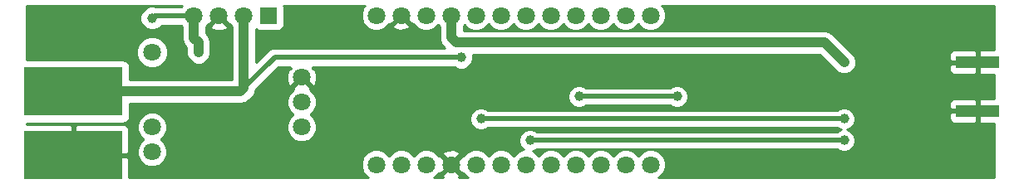
<source format=gbr>
G04 #@! TF.FileFunction,Copper,L1,Top,Signal*
%FSLAX46Y46*%
G04 Gerber Fmt 4.6, Leading zero omitted, Abs format (unit mm)*
G04 Created by KiCad (PCBNEW 4.0.6) date 04/17/17 00:00:08*
%MOMM*%
%LPD*%
G01*
G04 APERTURE LIST*
%ADD10C,0.100000*%
%ADD11C,1.800000*%
%ADD12R,1.800000X1.800000*%
%ADD13R,4.500000X1.270000*%
%ADD14R,10.000000X5.000000*%
%ADD15C,1.000000*%
%ADD16C,0.500000*%
%ADD17C,1.000000*%
%ADD18C,0.254000*%
G04 APERTURE END LIST*
D10*
D11*
X115000000Y-98500000D03*
X115000000Y-106120000D03*
X115000000Y-108660000D03*
X130240000Y-106120000D03*
X130240000Y-103580000D03*
X130240000Y-101040000D03*
X137850000Y-109960000D03*
X140390000Y-109960000D03*
X142930000Y-109960000D03*
X145470000Y-109960000D03*
X148010000Y-109960000D03*
X150550000Y-109960000D03*
X153090000Y-109960000D03*
X155630000Y-109960000D03*
X158170000Y-109960000D03*
X160710000Y-109960000D03*
X163250000Y-109960000D03*
X165790000Y-109960000D03*
X137850000Y-94720000D03*
X140390000Y-94720000D03*
X142930000Y-94720000D03*
X145470000Y-94720000D03*
X148010000Y-94720000D03*
X150550000Y-94720000D03*
X153090000Y-94720000D03*
X155630000Y-94720000D03*
X158170000Y-94720000D03*
X160710000Y-94720000D03*
X163250000Y-94720000D03*
X165790000Y-94720000D03*
X119270000Y-94770000D03*
X121810000Y-94770000D03*
X124350000Y-94770000D03*
D12*
X126890000Y-94770000D03*
D13*
X199087500Y-99523500D03*
X199087500Y-104476500D03*
D14*
X107000000Y-102500000D03*
X107000000Y-109000000D03*
D15*
X168500000Y-103000000D03*
X158500000Y-103000000D03*
X115000000Y-95000000D03*
X185500000Y-99500000D03*
X119750000Y-98500000D03*
X145500000Y-97000000D03*
X146500000Y-99000000D03*
X122000000Y-102500000D03*
X153500000Y-107500000D03*
X185500000Y-107500000D03*
X148500000Y-105300000D03*
X185497800Y-105294400D03*
D16*
X158500000Y-103000000D02*
X168500000Y-103000000D01*
D17*
X119750000Y-97500000D02*
X119270000Y-97020000D01*
X119270000Y-97020000D02*
X119270000Y-94770000D01*
X119750000Y-98500000D02*
X119750000Y-97500000D01*
X183500000Y-97500000D02*
X185500000Y-99500000D01*
X146000000Y-97500000D02*
X183500000Y-97500000D01*
X145500000Y-97000000D02*
X146000000Y-97500000D01*
X145500000Y-97000000D02*
X145500000Y-94750000D01*
X145500000Y-94750000D02*
X145470000Y-94720000D01*
D16*
X119270000Y-94770000D02*
X115230000Y-94770000D01*
X115230000Y-94770000D02*
X115000000Y-95000000D01*
X124350000Y-102150000D02*
X127500000Y-99000000D01*
X127500000Y-99000000D02*
X146500000Y-99000000D01*
D17*
X120500000Y-102500000D02*
X107000000Y-102500000D01*
X124350000Y-102150000D02*
X124000000Y-102500000D01*
X124000000Y-102500000D02*
X120500000Y-102500000D01*
X124350000Y-94770000D02*
X124350000Y-102150000D01*
D16*
X185500000Y-107500000D02*
X153500000Y-107500000D01*
X185500000Y-105300000D02*
X148500000Y-105300000D01*
D18*
G36*
X200790000Y-98253500D02*
X199373250Y-98253500D01*
X199214500Y-98412250D01*
X199214500Y-99396500D01*
X199234500Y-99396500D01*
X199234500Y-99650500D01*
X199214500Y-99650500D01*
X199214500Y-100634750D01*
X199373250Y-100793500D01*
X200790000Y-100793500D01*
X200790000Y-103206500D01*
X199373250Y-103206500D01*
X199214500Y-103365250D01*
X199214500Y-104349500D01*
X199234500Y-104349500D01*
X199234500Y-104603500D01*
X199214500Y-104603500D01*
X199214500Y-105587750D01*
X199373250Y-105746500D01*
X200790000Y-105746500D01*
X200790000Y-111290000D01*
X166590770Y-111290000D01*
X166658371Y-111262068D01*
X167090551Y-110830643D01*
X167324733Y-110266670D01*
X167325265Y-109656009D01*
X167092068Y-109091629D01*
X166660643Y-108659449D01*
X166096670Y-108425267D01*
X165486009Y-108424735D01*
X164921629Y-108657932D01*
X164519677Y-109059182D01*
X164120643Y-108659449D01*
X163556670Y-108425267D01*
X162946009Y-108424735D01*
X162381629Y-108657932D01*
X161979677Y-109059182D01*
X161580643Y-108659449D01*
X161016670Y-108425267D01*
X160406009Y-108424735D01*
X159841629Y-108657932D01*
X159439677Y-109059182D01*
X159040643Y-108659449D01*
X158476670Y-108425267D01*
X157866009Y-108424735D01*
X157301629Y-108657932D01*
X156899677Y-109059182D01*
X156500643Y-108659449D01*
X155936670Y-108425267D01*
X155326009Y-108424735D01*
X154761629Y-108657932D01*
X154359677Y-109059182D01*
X153960643Y-108659449D01*
X153813725Y-108598443D01*
X154142086Y-108462767D01*
X154219989Y-108385000D01*
X184779724Y-108385000D01*
X184856235Y-108461645D01*
X185273244Y-108634803D01*
X185724775Y-108635197D01*
X186142086Y-108462767D01*
X186461645Y-108143765D01*
X186634803Y-107726756D01*
X186635197Y-107275225D01*
X186462767Y-106857914D01*
X186143765Y-106538355D01*
X185802408Y-106396611D01*
X186139886Y-106257167D01*
X186459445Y-105938165D01*
X186632603Y-105521156D01*
X186632997Y-105069625D01*
X186505992Y-104762250D01*
X196202500Y-104762250D01*
X196202500Y-105237809D01*
X196299173Y-105471198D01*
X196477801Y-105649827D01*
X196711190Y-105746500D01*
X198801750Y-105746500D01*
X198960500Y-105587750D01*
X198960500Y-104603500D01*
X196361250Y-104603500D01*
X196202500Y-104762250D01*
X186505992Y-104762250D01*
X186460567Y-104652314D01*
X186141565Y-104332755D01*
X185724556Y-104159597D01*
X185273025Y-104159203D01*
X184855714Y-104331633D01*
X184772201Y-104415000D01*
X149220276Y-104415000D01*
X149143765Y-104338355D01*
X148726756Y-104165197D01*
X148275225Y-104164803D01*
X147857914Y-104337233D01*
X147538355Y-104656235D01*
X147365197Y-105073244D01*
X147364803Y-105524775D01*
X147537233Y-105942086D01*
X147856235Y-106261645D01*
X148273244Y-106434803D01*
X148724775Y-106435197D01*
X149142086Y-106262767D01*
X149219989Y-106185000D01*
X184783114Y-106185000D01*
X184854035Y-106256045D01*
X185195392Y-106397789D01*
X184857914Y-106537233D01*
X184780011Y-106615000D01*
X154220276Y-106615000D01*
X154143765Y-106538355D01*
X153726756Y-106365197D01*
X153275225Y-106364803D01*
X152857914Y-106537233D01*
X152538355Y-106856235D01*
X152365197Y-107273244D01*
X152364803Y-107724775D01*
X152537233Y-108142086D01*
X152819418Y-108424764D01*
X152786009Y-108424735D01*
X152221629Y-108657932D01*
X151819677Y-109059182D01*
X151420643Y-108659449D01*
X150856670Y-108425267D01*
X150246009Y-108424735D01*
X149681629Y-108657932D01*
X149279677Y-109059182D01*
X148880643Y-108659449D01*
X148316670Y-108425267D01*
X147706009Y-108424735D01*
X147141629Y-108657932D01*
X146709449Y-109089357D01*
X146700797Y-109110194D01*
X146550159Y-109059446D01*
X145649605Y-109960000D01*
X146550159Y-110860554D01*
X146700327Y-110809965D01*
X146707932Y-110828371D01*
X147139357Y-111260551D01*
X147210278Y-111290000D01*
X146286386Y-111290000D01*
X146370554Y-111040159D01*
X145470000Y-110139605D01*
X144569446Y-111040159D01*
X144653614Y-111290000D01*
X143730770Y-111290000D01*
X143798371Y-111262068D01*
X144230551Y-110830643D01*
X144239203Y-110809806D01*
X144389841Y-110860554D01*
X145290395Y-109960000D01*
X144389841Y-109059446D01*
X144239673Y-109110035D01*
X144232068Y-109091629D01*
X144020650Y-108879841D01*
X144569446Y-108879841D01*
X145470000Y-109780395D01*
X146370554Y-108879841D01*
X146284148Y-108623357D01*
X145710664Y-108413542D01*
X145100540Y-108439161D01*
X144655852Y-108623357D01*
X144569446Y-108879841D01*
X144020650Y-108879841D01*
X143800643Y-108659449D01*
X143236670Y-108425267D01*
X142626009Y-108424735D01*
X142061629Y-108657932D01*
X141659677Y-109059182D01*
X141260643Y-108659449D01*
X140696670Y-108425267D01*
X140086009Y-108424735D01*
X139521629Y-108657932D01*
X139119677Y-109059182D01*
X138720643Y-108659449D01*
X138156670Y-108425267D01*
X137546009Y-108424735D01*
X136981629Y-108657932D01*
X136549449Y-109089357D01*
X136315267Y-109653330D01*
X136314735Y-110263991D01*
X136547932Y-110828371D01*
X136979357Y-111260551D01*
X137050278Y-111290000D01*
X112635000Y-111290000D01*
X112635000Y-109285750D01*
X112476250Y-109127000D01*
X107127000Y-109127000D01*
X107127000Y-109147000D01*
X106873000Y-109147000D01*
X106873000Y-109127000D01*
X106853000Y-109127000D01*
X106853000Y-108873000D01*
X106873000Y-108873000D01*
X106873000Y-106023750D01*
X107127000Y-106023750D01*
X107127000Y-108873000D01*
X112476250Y-108873000D01*
X112635000Y-108714250D01*
X112635000Y-106423991D01*
X113464735Y-106423991D01*
X113697932Y-106988371D01*
X114099182Y-107390323D01*
X113699449Y-107789357D01*
X113465267Y-108353330D01*
X113464735Y-108963991D01*
X113697932Y-109528371D01*
X114129357Y-109960551D01*
X114693330Y-110194733D01*
X115303991Y-110195265D01*
X115868371Y-109962068D01*
X116300551Y-109530643D01*
X116534733Y-108966670D01*
X116535265Y-108356009D01*
X116302068Y-107791629D01*
X115900818Y-107389677D01*
X116300551Y-106990643D01*
X116534733Y-106426670D01*
X116535265Y-105816009D01*
X116302068Y-105251629D01*
X115870643Y-104819449D01*
X115306670Y-104585267D01*
X114696009Y-104584735D01*
X114131629Y-104817932D01*
X113699449Y-105249357D01*
X113465267Y-105813330D01*
X113464735Y-106423991D01*
X112635000Y-106423991D01*
X112635000Y-106373691D01*
X112538327Y-106140302D01*
X112359699Y-105961673D01*
X112126310Y-105865000D01*
X107285750Y-105865000D01*
X107127000Y-106023750D01*
X106873000Y-106023750D01*
X106714250Y-105865000D01*
X102210000Y-105865000D01*
X102210000Y-105741242D01*
X112000000Y-105741242D01*
X112269410Y-105690549D01*
X112516846Y-105531328D01*
X112682843Y-105288385D01*
X112741242Y-105000000D01*
X112741242Y-103883991D01*
X128704735Y-103883991D01*
X128937932Y-104448371D01*
X129339182Y-104850323D01*
X128939449Y-105249357D01*
X128705267Y-105813330D01*
X128704735Y-106423991D01*
X128937932Y-106988371D01*
X129369357Y-107420551D01*
X129933330Y-107654733D01*
X130543991Y-107655265D01*
X131108371Y-107422068D01*
X131540551Y-106990643D01*
X131774733Y-106426670D01*
X131775265Y-105816009D01*
X131542068Y-105251629D01*
X131140818Y-104849677D01*
X131540551Y-104450643D01*
X131774733Y-103886670D01*
X131775265Y-103276009D01*
X131754096Y-103224775D01*
X157364803Y-103224775D01*
X157537233Y-103642086D01*
X157856235Y-103961645D01*
X158273244Y-104134803D01*
X158724775Y-104135197D01*
X159142086Y-103962767D01*
X159219989Y-103885000D01*
X167779724Y-103885000D01*
X167856235Y-103961645D01*
X168273244Y-104134803D01*
X168724775Y-104135197D01*
X169142086Y-103962767D01*
X169390094Y-103715191D01*
X196202500Y-103715191D01*
X196202500Y-104190750D01*
X196361250Y-104349500D01*
X198960500Y-104349500D01*
X198960500Y-103365250D01*
X198801750Y-103206500D01*
X196711190Y-103206500D01*
X196477801Y-103303173D01*
X196299173Y-103481802D01*
X196202500Y-103715191D01*
X169390094Y-103715191D01*
X169461645Y-103643765D01*
X169634803Y-103226756D01*
X169635197Y-102775225D01*
X169462767Y-102357914D01*
X169143765Y-102038355D01*
X168726756Y-101865197D01*
X168275225Y-101864803D01*
X167857914Y-102037233D01*
X167780011Y-102115000D01*
X159220276Y-102115000D01*
X159143765Y-102038355D01*
X158726756Y-101865197D01*
X158275225Y-101864803D01*
X157857914Y-102037233D01*
X157538355Y-102356235D01*
X157365197Y-102773244D01*
X157364803Y-103224775D01*
X131754096Y-103224775D01*
X131542068Y-102711629D01*
X131110643Y-102279449D01*
X131089806Y-102270797D01*
X131140554Y-102120159D01*
X130240000Y-101219605D01*
X129339446Y-102120159D01*
X129390035Y-102270327D01*
X129371629Y-102277932D01*
X128939449Y-102709357D01*
X128705267Y-103273330D01*
X128704735Y-103883991D01*
X112741242Y-103883991D01*
X112741242Y-103727000D01*
X122000075Y-103727000D01*
X122242995Y-103727212D01*
X122243508Y-103727000D01*
X124000000Y-103727000D01*
X124469553Y-103633600D01*
X124867620Y-103367620D01*
X125217620Y-103017620D01*
X125483601Y-102619552D01*
X125538591Y-102343095D01*
X127904687Y-99977000D01*
X129093172Y-99977000D01*
X129045282Y-100024890D01*
X129159839Y-100139447D01*
X128903357Y-100225852D01*
X128693542Y-100799336D01*
X128719161Y-101409460D01*
X128903357Y-101854148D01*
X129159841Y-101940554D01*
X130060395Y-101040000D01*
X130046253Y-101025858D01*
X130225858Y-100846253D01*
X130240000Y-100860395D01*
X130254143Y-100846253D01*
X130433748Y-101025858D01*
X130419605Y-101040000D01*
X131320159Y-101940554D01*
X131576643Y-101854148D01*
X131786458Y-101280664D01*
X131760839Y-100670540D01*
X131576643Y-100225852D01*
X131320161Y-100139447D01*
X131434718Y-100024890D01*
X131386828Y-99977000D01*
X145741569Y-99977000D01*
X145804053Y-100039593D01*
X146254864Y-100226786D01*
X146742995Y-100227212D01*
X147194131Y-100040806D01*
X147539593Y-99695947D01*
X147726786Y-99245136D01*
X147727212Y-98757005D01*
X147714814Y-98727000D01*
X182991760Y-98727000D01*
X184632380Y-100367620D01*
X184804053Y-100539593D01*
X185254864Y-100726786D01*
X185500000Y-100727000D01*
X185742995Y-100727212D01*
X186194131Y-100540806D01*
X186539593Y-100195947D01*
X186700163Y-99809250D01*
X196202500Y-99809250D01*
X196202500Y-100284809D01*
X196299173Y-100518198D01*
X196477801Y-100696827D01*
X196711190Y-100793500D01*
X198801750Y-100793500D01*
X198960500Y-100634750D01*
X198960500Y-99650500D01*
X196361250Y-99650500D01*
X196202500Y-99809250D01*
X186700163Y-99809250D01*
X186726786Y-99745136D01*
X186727212Y-99257005D01*
X186540806Y-98805869D01*
X186497205Y-98762191D01*
X196202500Y-98762191D01*
X196202500Y-99237750D01*
X196361250Y-99396500D01*
X198960500Y-99396500D01*
X198960500Y-98412250D01*
X198801750Y-98253500D01*
X196711190Y-98253500D01*
X196477801Y-98350173D01*
X196299173Y-98528802D01*
X196202500Y-98762191D01*
X186497205Y-98762191D01*
X186195947Y-98460407D01*
X186195434Y-98460194D01*
X184367620Y-96632380D01*
X184215068Y-96530448D01*
X183969553Y-96366400D01*
X183500000Y-96273000D01*
X146727000Y-96273000D01*
X146727000Y-95764112D01*
X146805320Y-95685929D01*
X147139357Y-96020551D01*
X147703330Y-96254733D01*
X148313991Y-96255265D01*
X148878371Y-96022068D01*
X149280323Y-95620818D01*
X149679357Y-96020551D01*
X150243330Y-96254733D01*
X150853991Y-96255265D01*
X151418371Y-96022068D01*
X151820323Y-95620818D01*
X152219357Y-96020551D01*
X152783330Y-96254733D01*
X153393991Y-96255265D01*
X153958371Y-96022068D01*
X154360323Y-95620818D01*
X154759357Y-96020551D01*
X155323330Y-96254733D01*
X155933991Y-96255265D01*
X156498371Y-96022068D01*
X156900323Y-95620818D01*
X157299357Y-96020551D01*
X157863330Y-96254733D01*
X158473991Y-96255265D01*
X159038371Y-96022068D01*
X159440323Y-95620818D01*
X159839357Y-96020551D01*
X160403330Y-96254733D01*
X161013991Y-96255265D01*
X161578371Y-96022068D01*
X161980323Y-95620818D01*
X162379357Y-96020551D01*
X162943330Y-96254733D01*
X163553991Y-96255265D01*
X164118371Y-96022068D01*
X164520323Y-95620818D01*
X164919357Y-96020551D01*
X165483330Y-96254733D01*
X166093991Y-96255265D01*
X166658371Y-96022068D01*
X167090551Y-95590643D01*
X167324733Y-95026670D01*
X167325265Y-94416009D01*
X167092068Y-93851629D01*
X166950686Y-93710000D01*
X200790000Y-93710000D01*
X200790000Y-98253500D01*
X200790000Y-98253500D01*
G37*
X200790000Y-98253500D02*
X199373250Y-98253500D01*
X199214500Y-98412250D01*
X199214500Y-99396500D01*
X199234500Y-99396500D01*
X199234500Y-99650500D01*
X199214500Y-99650500D01*
X199214500Y-100634750D01*
X199373250Y-100793500D01*
X200790000Y-100793500D01*
X200790000Y-103206500D01*
X199373250Y-103206500D01*
X199214500Y-103365250D01*
X199214500Y-104349500D01*
X199234500Y-104349500D01*
X199234500Y-104603500D01*
X199214500Y-104603500D01*
X199214500Y-105587750D01*
X199373250Y-105746500D01*
X200790000Y-105746500D01*
X200790000Y-111290000D01*
X166590770Y-111290000D01*
X166658371Y-111262068D01*
X167090551Y-110830643D01*
X167324733Y-110266670D01*
X167325265Y-109656009D01*
X167092068Y-109091629D01*
X166660643Y-108659449D01*
X166096670Y-108425267D01*
X165486009Y-108424735D01*
X164921629Y-108657932D01*
X164519677Y-109059182D01*
X164120643Y-108659449D01*
X163556670Y-108425267D01*
X162946009Y-108424735D01*
X162381629Y-108657932D01*
X161979677Y-109059182D01*
X161580643Y-108659449D01*
X161016670Y-108425267D01*
X160406009Y-108424735D01*
X159841629Y-108657932D01*
X159439677Y-109059182D01*
X159040643Y-108659449D01*
X158476670Y-108425267D01*
X157866009Y-108424735D01*
X157301629Y-108657932D01*
X156899677Y-109059182D01*
X156500643Y-108659449D01*
X155936670Y-108425267D01*
X155326009Y-108424735D01*
X154761629Y-108657932D01*
X154359677Y-109059182D01*
X153960643Y-108659449D01*
X153813725Y-108598443D01*
X154142086Y-108462767D01*
X154219989Y-108385000D01*
X184779724Y-108385000D01*
X184856235Y-108461645D01*
X185273244Y-108634803D01*
X185724775Y-108635197D01*
X186142086Y-108462767D01*
X186461645Y-108143765D01*
X186634803Y-107726756D01*
X186635197Y-107275225D01*
X186462767Y-106857914D01*
X186143765Y-106538355D01*
X185802408Y-106396611D01*
X186139886Y-106257167D01*
X186459445Y-105938165D01*
X186632603Y-105521156D01*
X186632997Y-105069625D01*
X186505992Y-104762250D01*
X196202500Y-104762250D01*
X196202500Y-105237809D01*
X196299173Y-105471198D01*
X196477801Y-105649827D01*
X196711190Y-105746500D01*
X198801750Y-105746500D01*
X198960500Y-105587750D01*
X198960500Y-104603500D01*
X196361250Y-104603500D01*
X196202500Y-104762250D01*
X186505992Y-104762250D01*
X186460567Y-104652314D01*
X186141565Y-104332755D01*
X185724556Y-104159597D01*
X185273025Y-104159203D01*
X184855714Y-104331633D01*
X184772201Y-104415000D01*
X149220276Y-104415000D01*
X149143765Y-104338355D01*
X148726756Y-104165197D01*
X148275225Y-104164803D01*
X147857914Y-104337233D01*
X147538355Y-104656235D01*
X147365197Y-105073244D01*
X147364803Y-105524775D01*
X147537233Y-105942086D01*
X147856235Y-106261645D01*
X148273244Y-106434803D01*
X148724775Y-106435197D01*
X149142086Y-106262767D01*
X149219989Y-106185000D01*
X184783114Y-106185000D01*
X184854035Y-106256045D01*
X185195392Y-106397789D01*
X184857914Y-106537233D01*
X184780011Y-106615000D01*
X154220276Y-106615000D01*
X154143765Y-106538355D01*
X153726756Y-106365197D01*
X153275225Y-106364803D01*
X152857914Y-106537233D01*
X152538355Y-106856235D01*
X152365197Y-107273244D01*
X152364803Y-107724775D01*
X152537233Y-108142086D01*
X152819418Y-108424764D01*
X152786009Y-108424735D01*
X152221629Y-108657932D01*
X151819677Y-109059182D01*
X151420643Y-108659449D01*
X150856670Y-108425267D01*
X150246009Y-108424735D01*
X149681629Y-108657932D01*
X149279677Y-109059182D01*
X148880643Y-108659449D01*
X148316670Y-108425267D01*
X147706009Y-108424735D01*
X147141629Y-108657932D01*
X146709449Y-109089357D01*
X146700797Y-109110194D01*
X146550159Y-109059446D01*
X145649605Y-109960000D01*
X146550159Y-110860554D01*
X146700327Y-110809965D01*
X146707932Y-110828371D01*
X147139357Y-111260551D01*
X147210278Y-111290000D01*
X146286386Y-111290000D01*
X146370554Y-111040159D01*
X145470000Y-110139605D01*
X144569446Y-111040159D01*
X144653614Y-111290000D01*
X143730770Y-111290000D01*
X143798371Y-111262068D01*
X144230551Y-110830643D01*
X144239203Y-110809806D01*
X144389841Y-110860554D01*
X145290395Y-109960000D01*
X144389841Y-109059446D01*
X144239673Y-109110035D01*
X144232068Y-109091629D01*
X144020650Y-108879841D01*
X144569446Y-108879841D01*
X145470000Y-109780395D01*
X146370554Y-108879841D01*
X146284148Y-108623357D01*
X145710664Y-108413542D01*
X145100540Y-108439161D01*
X144655852Y-108623357D01*
X144569446Y-108879841D01*
X144020650Y-108879841D01*
X143800643Y-108659449D01*
X143236670Y-108425267D01*
X142626009Y-108424735D01*
X142061629Y-108657932D01*
X141659677Y-109059182D01*
X141260643Y-108659449D01*
X140696670Y-108425267D01*
X140086009Y-108424735D01*
X139521629Y-108657932D01*
X139119677Y-109059182D01*
X138720643Y-108659449D01*
X138156670Y-108425267D01*
X137546009Y-108424735D01*
X136981629Y-108657932D01*
X136549449Y-109089357D01*
X136315267Y-109653330D01*
X136314735Y-110263991D01*
X136547932Y-110828371D01*
X136979357Y-111260551D01*
X137050278Y-111290000D01*
X112635000Y-111290000D01*
X112635000Y-109285750D01*
X112476250Y-109127000D01*
X107127000Y-109127000D01*
X107127000Y-109147000D01*
X106873000Y-109147000D01*
X106873000Y-109127000D01*
X106853000Y-109127000D01*
X106853000Y-108873000D01*
X106873000Y-108873000D01*
X106873000Y-106023750D01*
X107127000Y-106023750D01*
X107127000Y-108873000D01*
X112476250Y-108873000D01*
X112635000Y-108714250D01*
X112635000Y-106423991D01*
X113464735Y-106423991D01*
X113697932Y-106988371D01*
X114099182Y-107390323D01*
X113699449Y-107789357D01*
X113465267Y-108353330D01*
X113464735Y-108963991D01*
X113697932Y-109528371D01*
X114129357Y-109960551D01*
X114693330Y-110194733D01*
X115303991Y-110195265D01*
X115868371Y-109962068D01*
X116300551Y-109530643D01*
X116534733Y-108966670D01*
X116535265Y-108356009D01*
X116302068Y-107791629D01*
X115900818Y-107389677D01*
X116300551Y-106990643D01*
X116534733Y-106426670D01*
X116535265Y-105816009D01*
X116302068Y-105251629D01*
X115870643Y-104819449D01*
X115306670Y-104585267D01*
X114696009Y-104584735D01*
X114131629Y-104817932D01*
X113699449Y-105249357D01*
X113465267Y-105813330D01*
X113464735Y-106423991D01*
X112635000Y-106423991D01*
X112635000Y-106373691D01*
X112538327Y-106140302D01*
X112359699Y-105961673D01*
X112126310Y-105865000D01*
X107285750Y-105865000D01*
X107127000Y-106023750D01*
X106873000Y-106023750D01*
X106714250Y-105865000D01*
X102210000Y-105865000D01*
X102210000Y-105741242D01*
X112000000Y-105741242D01*
X112269410Y-105690549D01*
X112516846Y-105531328D01*
X112682843Y-105288385D01*
X112741242Y-105000000D01*
X112741242Y-103883991D01*
X128704735Y-103883991D01*
X128937932Y-104448371D01*
X129339182Y-104850323D01*
X128939449Y-105249357D01*
X128705267Y-105813330D01*
X128704735Y-106423991D01*
X128937932Y-106988371D01*
X129369357Y-107420551D01*
X129933330Y-107654733D01*
X130543991Y-107655265D01*
X131108371Y-107422068D01*
X131540551Y-106990643D01*
X131774733Y-106426670D01*
X131775265Y-105816009D01*
X131542068Y-105251629D01*
X131140818Y-104849677D01*
X131540551Y-104450643D01*
X131774733Y-103886670D01*
X131775265Y-103276009D01*
X131754096Y-103224775D01*
X157364803Y-103224775D01*
X157537233Y-103642086D01*
X157856235Y-103961645D01*
X158273244Y-104134803D01*
X158724775Y-104135197D01*
X159142086Y-103962767D01*
X159219989Y-103885000D01*
X167779724Y-103885000D01*
X167856235Y-103961645D01*
X168273244Y-104134803D01*
X168724775Y-104135197D01*
X169142086Y-103962767D01*
X169390094Y-103715191D01*
X196202500Y-103715191D01*
X196202500Y-104190750D01*
X196361250Y-104349500D01*
X198960500Y-104349500D01*
X198960500Y-103365250D01*
X198801750Y-103206500D01*
X196711190Y-103206500D01*
X196477801Y-103303173D01*
X196299173Y-103481802D01*
X196202500Y-103715191D01*
X169390094Y-103715191D01*
X169461645Y-103643765D01*
X169634803Y-103226756D01*
X169635197Y-102775225D01*
X169462767Y-102357914D01*
X169143765Y-102038355D01*
X168726756Y-101865197D01*
X168275225Y-101864803D01*
X167857914Y-102037233D01*
X167780011Y-102115000D01*
X159220276Y-102115000D01*
X159143765Y-102038355D01*
X158726756Y-101865197D01*
X158275225Y-101864803D01*
X157857914Y-102037233D01*
X157538355Y-102356235D01*
X157365197Y-102773244D01*
X157364803Y-103224775D01*
X131754096Y-103224775D01*
X131542068Y-102711629D01*
X131110643Y-102279449D01*
X131089806Y-102270797D01*
X131140554Y-102120159D01*
X130240000Y-101219605D01*
X129339446Y-102120159D01*
X129390035Y-102270327D01*
X129371629Y-102277932D01*
X128939449Y-102709357D01*
X128705267Y-103273330D01*
X128704735Y-103883991D01*
X112741242Y-103883991D01*
X112741242Y-103727000D01*
X122000075Y-103727000D01*
X122242995Y-103727212D01*
X122243508Y-103727000D01*
X124000000Y-103727000D01*
X124469553Y-103633600D01*
X124867620Y-103367620D01*
X125217620Y-103017620D01*
X125483601Y-102619552D01*
X125538591Y-102343095D01*
X127904687Y-99977000D01*
X129093172Y-99977000D01*
X129045282Y-100024890D01*
X129159839Y-100139447D01*
X128903357Y-100225852D01*
X128693542Y-100799336D01*
X128719161Y-101409460D01*
X128903357Y-101854148D01*
X129159841Y-101940554D01*
X130060395Y-101040000D01*
X130046253Y-101025858D01*
X130225858Y-100846253D01*
X130240000Y-100860395D01*
X130254143Y-100846253D01*
X130433748Y-101025858D01*
X130419605Y-101040000D01*
X131320159Y-101940554D01*
X131576643Y-101854148D01*
X131786458Y-101280664D01*
X131760839Y-100670540D01*
X131576643Y-100225852D01*
X131320161Y-100139447D01*
X131434718Y-100024890D01*
X131386828Y-99977000D01*
X145741569Y-99977000D01*
X145804053Y-100039593D01*
X146254864Y-100226786D01*
X146742995Y-100227212D01*
X147194131Y-100040806D01*
X147539593Y-99695947D01*
X147726786Y-99245136D01*
X147727212Y-98757005D01*
X147714814Y-98727000D01*
X182991760Y-98727000D01*
X184632380Y-100367620D01*
X184804053Y-100539593D01*
X185254864Y-100726786D01*
X185500000Y-100727000D01*
X185742995Y-100727212D01*
X186194131Y-100540806D01*
X186539593Y-100195947D01*
X186700163Y-99809250D01*
X196202500Y-99809250D01*
X196202500Y-100284809D01*
X196299173Y-100518198D01*
X196477801Y-100696827D01*
X196711190Y-100793500D01*
X198801750Y-100793500D01*
X198960500Y-100634750D01*
X198960500Y-99650500D01*
X196361250Y-99650500D01*
X196202500Y-99809250D01*
X186700163Y-99809250D01*
X186726786Y-99745136D01*
X186727212Y-99257005D01*
X186540806Y-98805869D01*
X186497205Y-98762191D01*
X196202500Y-98762191D01*
X196202500Y-99237750D01*
X196361250Y-99396500D01*
X198960500Y-99396500D01*
X198960500Y-98412250D01*
X198801750Y-98253500D01*
X196711190Y-98253500D01*
X196477801Y-98350173D01*
X196299173Y-98528802D01*
X196202500Y-98762191D01*
X186497205Y-98762191D01*
X186195947Y-98460407D01*
X186195434Y-98460194D01*
X184367620Y-96632380D01*
X184215068Y-96530448D01*
X183969553Y-96366400D01*
X183500000Y-96273000D01*
X146727000Y-96273000D01*
X146727000Y-95764112D01*
X146805320Y-95685929D01*
X147139357Y-96020551D01*
X147703330Y-96254733D01*
X148313991Y-96255265D01*
X148878371Y-96022068D01*
X149280323Y-95620818D01*
X149679357Y-96020551D01*
X150243330Y-96254733D01*
X150853991Y-96255265D01*
X151418371Y-96022068D01*
X151820323Y-95620818D01*
X152219357Y-96020551D01*
X152783330Y-96254733D01*
X153393991Y-96255265D01*
X153958371Y-96022068D01*
X154360323Y-95620818D01*
X154759357Y-96020551D01*
X155323330Y-96254733D01*
X155933991Y-96255265D01*
X156498371Y-96022068D01*
X156900323Y-95620818D01*
X157299357Y-96020551D01*
X157863330Y-96254733D01*
X158473991Y-96255265D01*
X159038371Y-96022068D01*
X159440323Y-95620818D01*
X159839357Y-96020551D01*
X160403330Y-96254733D01*
X161013991Y-96255265D01*
X161578371Y-96022068D01*
X161980323Y-95620818D01*
X162379357Y-96020551D01*
X162943330Y-96254733D01*
X163553991Y-96255265D01*
X164118371Y-96022068D01*
X164520323Y-95620818D01*
X164919357Y-96020551D01*
X165483330Y-96254733D01*
X166093991Y-96255265D01*
X166658371Y-96022068D01*
X167090551Y-95590643D01*
X167324733Y-95026670D01*
X167325265Y-94416009D01*
X167092068Y-93851629D01*
X166950686Y-93710000D01*
X200790000Y-93710000D01*
X200790000Y-98253500D01*
G36*
X117945771Y-93793000D02*
X115292786Y-93793000D01*
X115245136Y-93773214D01*
X114757005Y-93772788D01*
X114305869Y-93959194D01*
X113960407Y-94304053D01*
X113773214Y-94754864D01*
X113772788Y-95242995D01*
X113959194Y-95694131D01*
X114304053Y-96039593D01*
X114754864Y-96226786D01*
X115242995Y-96227212D01*
X115694131Y-96040806D01*
X115988451Y-95747000D01*
X117946375Y-95747000D01*
X118043000Y-95843793D01*
X118043000Y-97020000D01*
X118136400Y-97489553D01*
X118346542Y-97804053D01*
X118402380Y-97887620D01*
X118523000Y-98008240D01*
X118523000Y-98500000D01*
X118522788Y-98742995D01*
X118709194Y-99194131D01*
X119054053Y-99539593D01*
X119504864Y-99726786D01*
X119750000Y-99727000D01*
X119992995Y-99727212D01*
X120444131Y-99540806D01*
X120789593Y-99195947D01*
X120976786Y-98745136D01*
X120977212Y-98257005D01*
X120977000Y-98256492D01*
X120977000Y-97500000D01*
X120970944Y-97469552D01*
X120883601Y-97030448D01*
X120617620Y-96632380D01*
X120497000Y-96511760D01*
X120497000Y-95850159D01*
X120909446Y-95850159D01*
X120995852Y-96106643D01*
X121569336Y-96316458D01*
X122179460Y-96290839D01*
X122624148Y-96106643D01*
X122710554Y-95850159D01*
X121810000Y-94949605D01*
X120909446Y-95850159D01*
X120497000Y-95850159D01*
X120497000Y-95844060D01*
X120648499Y-95692825D01*
X120666594Y-95649247D01*
X120729841Y-95670554D01*
X121630395Y-94770000D01*
X121616253Y-94755858D01*
X121795858Y-94576253D01*
X121810000Y-94590395D01*
X121824143Y-94576253D01*
X122003748Y-94755858D01*
X121989605Y-94770000D01*
X122890159Y-95670554D01*
X122952945Y-95649402D01*
X122969892Y-95690418D01*
X123123000Y-95843793D01*
X123123000Y-101273000D01*
X121999925Y-101273000D01*
X121757005Y-101272788D01*
X121756492Y-101273000D01*
X112741242Y-101273000D01*
X112741242Y-100000000D01*
X112690549Y-99730590D01*
X112531328Y-99483154D01*
X112288385Y-99317157D01*
X112000000Y-99258758D01*
X102210000Y-99258758D01*
X102210000Y-98822211D01*
X113372718Y-98822211D01*
X113619892Y-99420418D01*
X114077175Y-99878499D01*
X114674950Y-100126717D01*
X115322211Y-100127282D01*
X115920418Y-99880108D01*
X116378499Y-99422825D01*
X116626717Y-98825050D01*
X116627282Y-98177789D01*
X116380108Y-97579582D01*
X115922825Y-97121501D01*
X115325050Y-96873283D01*
X114677789Y-96872718D01*
X114079582Y-97119892D01*
X113621501Y-97577175D01*
X113373283Y-98174950D01*
X113372718Y-98822211D01*
X102210000Y-98822211D01*
X102210000Y-93710000D01*
X118028915Y-93710000D01*
X117945771Y-93793000D01*
X117945771Y-93793000D01*
G37*
X117945771Y-93793000D02*
X115292786Y-93793000D01*
X115245136Y-93773214D01*
X114757005Y-93772788D01*
X114305869Y-93959194D01*
X113960407Y-94304053D01*
X113773214Y-94754864D01*
X113772788Y-95242995D01*
X113959194Y-95694131D01*
X114304053Y-96039593D01*
X114754864Y-96226786D01*
X115242995Y-96227212D01*
X115694131Y-96040806D01*
X115988451Y-95747000D01*
X117946375Y-95747000D01*
X118043000Y-95843793D01*
X118043000Y-97020000D01*
X118136400Y-97489553D01*
X118346542Y-97804053D01*
X118402380Y-97887620D01*
X118523000Y-98008240D01*
X118523000Y-98500000D01*
X118522788Y-98742995D01*
X118709194Y-99194131D01*
X119054053Y-99539593D01*
X119504864Y-99726786D01*
X119750000Y-99727000D01*
X119992995Y-99727212D01*
X120444131Y-99540806D01*
X120789593Y-99195947D01*
X120976786Y-98745136D01*
X120977212Y-98257005D01*
X120977000Y-98256492D01*
X120977000Y-97500000D01*
X120970944Y-97469552D01*
X120883601Y-97030448D01*
X120617620Y-96632380D01*
X120497000Y-96511760D01*
X120497000Y-95850159D01*
X120909446Y-95850159D01*
X120995852Y-96106643D01*
X121569336Y-96316458D01*
X122179460Y-96290839D01*
X122624148Y-96106643D01*
X122710554Y-95850159D01*
X121810000Y-94949605D01*
X120909446Y-95850159D01*
X120497000Y-95850159D01*
X120497000Y-95844060D01*
X120648499Y-95692825D01*
X120666594Y-95649247D01*
X120729841Y-95670554D01*
X121630395Y-94770000D01*
X121616253Y-94755858D01*
X121795858Y-94576253D01*
X121810000Y-94590395D01*
X121824143Y-94576253D01*
X122003748Y-94755858D01*
X121989605Y-94770000D01*
X122890159Y-95670554D01*
X122952945Y-95649402D01*
X122969892Y-95690418D01*
X123123000Y-95843793D01*
X123123000Y-101273000D01*
X121999925Y-101273000D01*
X121757005Y-101272788D01*
X121756492Y-101273000D01*
X112741242Y-101273000D01*
X112741242Y-100000000D01*
X112690549Y-99730590D01*
X112531328Y-99483154D01*
X112288385Y-99317157D01*
X112000000Y-99258758D01*
X102210000Y-99258758D01*
X102210000Y-98822211D01*
X113372718Y-98822211D01*
X113619892Y-99420418D01*
X114077175Y-99878499D01*
X114674950Y-100126717D01*
X115322211Y-100127282D01*
X115920418Y-99880108D01*
X116378499Y-99422825D01*
X116626717Y-98825050D01*
X116627282Y-98177789D01*
X116380108Y-97579582D01*
X115922825Y-97121501D01*
X115325050Y-96873283D01*
X114677789Y-96872718D01*
X114079582Y-97119892D01*
X113621501Y-97577175D01*
X113373283Y-98174950D01*
X113372718Y-98822211D01*
X102210000Y-98822211D01*
X102210000Y-93710000D01*
X118028915Y-93710000D01*
X117945771Y-93793000D01*
G36*
X136549449Y-93849357D02*
X136315267Y-94413330D01*
X136314735Y-95023991D01*
X136547932Y-95588371D01*
X136979357Y-96020551D01*
X137543330Y-96254733D01*
X138153991Y-96255265D01*
X138718371Y-96022068D01*
X138940668Y-95800159D01*
X139489446Y-95800159D01*
X139575852Y-96056643D01*
X140149336Y-96266458D01*
X140759460Y-96240839D01*
X141204148Y-96056643D01*
X141290554Y-95800159D01*
X140390000Y-94899605D01*
X139489446Y-95800159D01*
X138940668Y-95800159D01*
X139150551Y-95590643D01*
X139159203Y-95569806D01*
X139309841Y-95620554D01*
X140210395Y-94720000D01*
X140196253Y-94705858D01*
X140375858Y-94526253D01*
X140390000Y-94540395D01*
X140404143Y-94526253D01*
X140583748Y-94705858D01*
X140569605Y-94720000D01*
X141470159Y-95620554D01*
X141620327Y-95569965D01*
X141627932Y-95588371D01*
X142059357Y-96020551D01*
X142623330Y-96254733D01*
X143233991Y-96255265D01*
X143798371Y-96022068D01*
X144135211Y-95685816D01*
X144273000Y-95823846D01*
X144273000Y-97000000D01*
X144272788Y-97242995D01*
X144459194Y-97694131D01*
X144787489Y-98023000D01*
X127500000Y-98023000D01*
X127126118Y-98097370D01*
X127041964Y-98153600D01*
X126809157Y-98309156D01*
X125577000Y-99541313D01*
X125577000Y-96156349D01*
X125738110Y-96266431D01*
X125990000Y-96317440D01*
X127790000Y-96317440D01*
X128025317Y-96273162D01*
X128241441Y-96134090D01*
X128386431Y-95921890D01*
X128437440Y-95670000D01*
X128437440Y-93870000D01*
X128407334Y-93710000D01*
X136689050Y-93710000D01*
X136549449Y-93849357D01*
X136549449Y-93849357D01*
G37*
X136549449Y-93849357D02*
X136315267Y-94413330D01*
X136314735Y-95023991D01*
X136547932Y-95588371D01*
X136979357Y-96020551D01*
X137543330Y-96254733D01*
X138153991Y-96255265D01*
X138718371Y-96022068D01*
X138940668Y-95800159D01*
X139489446Y-95800159D01*
X139575852Y-96056643D01*
X140149336Y-96266458D01*
X140759460Y-96240839D01*
X141204148Y-96056643D01*
X141290554Y-95800159D01*
X140390000Y-94899605D01*
X139489446Y-95800159D01*
X138940668Y-95800159D01*
X139150551Y-95590643D01*
X139159203Y-95569806D01*
X139309841Y-95620554D01*
X140210395Y-94720000D01*
X140196253Y-94705858D01*
X140375858Y-94526253D01*
X140390000Y-94540395D01*
X140404143Y-94526253D01*
X140583748Y-94705858D01*
X140569605Y-94720000D01*
X141470159Y-95620554D01*
X141620327Y-95569965D01*
X141627932Y-95588371D01*
X142059357Y-96020551D01*
X142623330Y-96254733D01*
X143233991Y-96255265D01*
X143798371Y-96022068D01*
X144135211Y-95685816D01*
X144273000Y-95823846D01*
X144273000Y-97000000D01*
X144272788Y-97242995D01*
X144459194Y-97694131D01*
X144787489Y-98023000D01*
X127500000Y-98023000D01*
X127126118Y-98097370D01*
X127041964Y-98153600D01*
X126809157Y-98309156D01*
X125577000Y-99541313D01*
X125577000Y-96156349D01*
X125738110Y-96266431D01*
X125990000Y-96317440D01*
X127790000Y-96317440D01*
X128025317Y-96273162D01*
X128241441Y-96134090D01*
X128386431Y-95921890D01*
X128437440Y-95670000D01*
X128437440Y-93870000D01*
X128407334Y-93710000D01*
X136689050Y-93710000D01*
X136549449Y-93849357D01*
M02*

</source>
